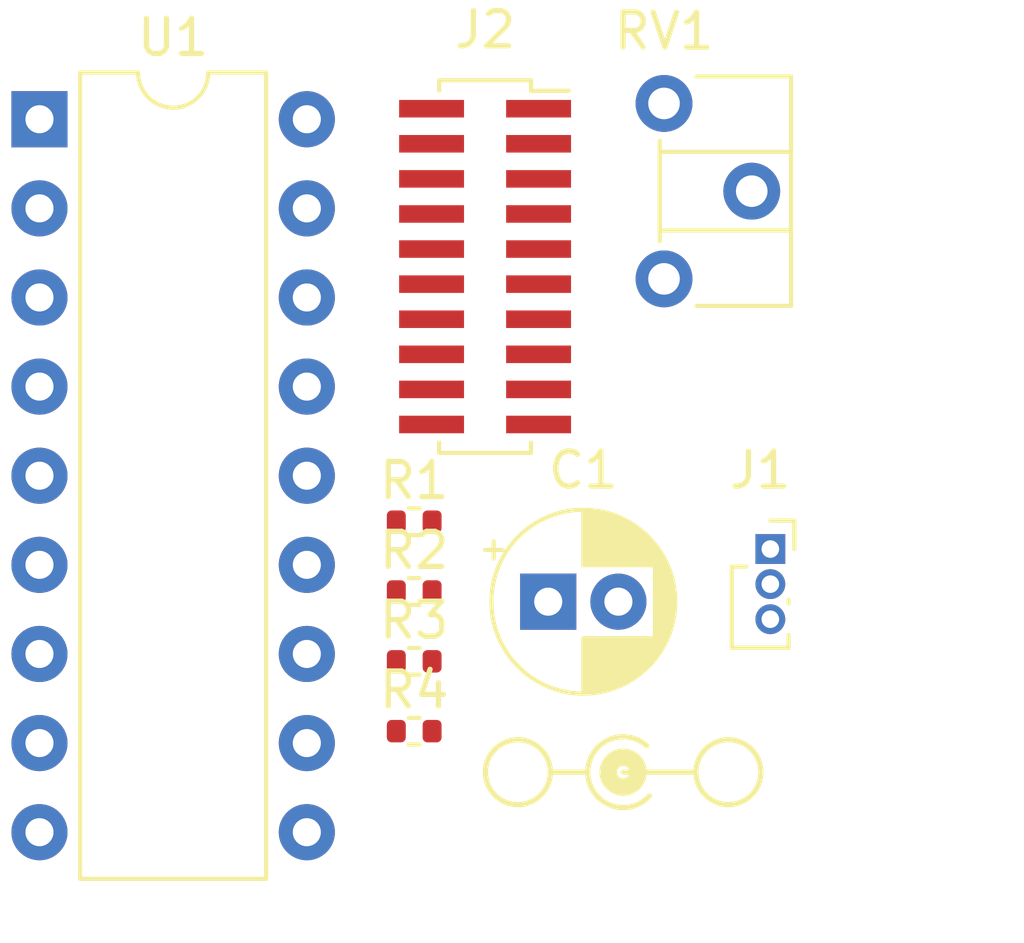
<source format=kicad_pcb>
(kicad_pcb (version 20221018) (generator pcbnew)
  (layers (0 "F.Cu" signal) (31 "B.Cu" signal) (34 "B.Paste" user) (35 "F.Paste" user) (36 "B.SilkS" user "B.Silkscreen") (37 "F.SilkS" user "F.Silkscreen") (38 "B.Mask" user) (39 "F.Mask" user) (44 "Edge.Cuts" user))
  (net 0 "")
  (net 1 "+5V")
  (net 2 "GND")
  (net 3 "Net-(J1-Pin_3)")
  (net 4 "Net-(U1-REFOUT)")
  (net 5 "Net-(R1-Pad2)")
  (net 6 "Net-(U1-SIG)")
  (net 7 "Net-(R3-Pad1)")
  (net 8 "Net-(U1-REFADJ)")
  (net 9 "Net-(J2-Pin_1a)")
  (net 10 "Net-(J2-Pin_10a)")
  (net 11 "Net-(J2-Pin_9a)")
  (net 12 "Net-(J2-Pin_8a)")
  (net 13 "Net-(J2-Pin_7a)")
  (net 14 "Net-(J2-Pin_6a)")
  (net 15 "Net-(J2-Pin_5a)")
  (net 16 "Net-(J2-Pin_4a)")
  (net 17 "Net-(J2-Pin_3a)")
  (net 18 "Net-(J2-Pin_2a)")
  (footprint "Resistor_SMD:R_0402_1005Metric" (layer "F.Cu") (at 340.37 33.67)
    (fp_text reference "R4" (at 0 -1.17) (layer "F.SilkS"))
    (fp_text value "R")
    (fp_line (start -0.153641 -0.38) (end 0.153641 -0.38) (stroke (width 0.12)) (layer "F.SilkS"))
    (fp_line (start -0.153641 0.38) (end 0.153641 0.38) (stroke (width 0.12)) (layer "F.SilkS"))
    (pad "1" smd roundrect (at -0.51 0) (size 0.54 0.64) (layers "F.Cu" "F.Paste" "F.Mask") (net 6 "Net-(U1-SIG)"))
    (pad "2" smd roundrect (at 0.51 0) (size 0.54 0.64) (layers "F.Cu" "F.Paste" "F.Mask") (net 2 "GND"))
  )
  (footprint "Connector_PinSocket_1.00mm:PinSocket_2x10_P1.00mm_Vertical_SMD" (layer "F.Cu") (at 342.39 20.43)
    (fp_text reference "J2" (at 0 -6.75) (layer "F.SilkS"))
    (fp_text value "Conn_02x10_Row_Letter_Last")
    (fp_line (start -1.31 -5.31) (end -1.31 -5.01) (stroke (width 0.12)) (layer "F.SilkS"))
    (fp_line (start -1.31 -5.31) (end 1.31 -5.31) (stroke (width 0.12)) (layer "F.SilkS"))
    (fp_line (start -1.31 5.01) (end -1.31 5.31) (stroke (width 0.12)) (layer "F.SilkS"))
    (fp_line (start -1.31 5.31) (end 1.31 5.31) (stroke (width 0.12)) (layer "F.SilkS"))
    (fp_line (start 1.31 -5.31) (end 1.31 -5.01) (stroke (width 0.12)) (layer "F.SilkS"))
    (fp_line (start 1.31 -5.01) (end 2.39 -5.01) (stroke (width 0.12)) (layer "F.SilkS"))
    (fp_line (start 1.31 5.01) (end 1.31 5.31) (stroke (width 0.12)) (layer "F.SilkS"))
    (pad "1" smd rect (at 1.525 -4.5) (size 1.85 0.5) (layers "F.Cu" "F.Paste" "F.Mask"))
    (pad "2" smd rect (at -1.525 -4.5) (size 1.85 0.5) (layers "F.Cu" "F.Paste" "F.Mask"))
    (pad "3" smd rect (at 1.525 -3.5) (size 1.85 0.5) (layers "F.Cu" "F.Paste" "F.Mask"))
    (pad "4" smd rect (at -1.525 -3.5) (size 1.85 0.5) (layers "F.Cu" "F.Paste" "F.Mask"))
    (pad "5" smd rect (at 1.525 -2.5) (size 1.85 0.5) (layers "F.Cu" "F.Paste" "F.Mask"))
    (pad "6" smd rect (at -1.525 -2.5) (size 1.85 0.5) (layers "F.Cu" "F.Paste" "F.Mask"))
    (pad "7" smd rect (at 1.525 -1.5) (size 1.85 0.5) (layers "F.Cu" "F.Paste" "F.Mask"))
    (pad "8" smd rect (at -1.525 -1.5) (size 1.85 0.5) (layers "F.Cu" "F.Paste" "F.Mask"))
    (pad "9" smd rect (at 1.525 -0.5) (size 1.85 0.5) (layers "F.Cu" "F.Paste" "F.Mask"))
    (pad "10" smd rect (at -1.525 -0.5) (size 1.85 0.5) (layers "F.Cu" "F.Paste" "F.Mask"))
    (pad "11" smd rect (at 1.525 0.5) (size 1.85 0.5) (layers "F.Cu" "F.Paste" "F.Mask"))
    (pad "12" smd rect (at -1.525 0.5) (size 1.85 0.5) (layers "F.Cu" "F.Paste" "F.Mask"))
    (pad "13" smd rect (at 1.525 1.5) (size 1.85 0.5) (layers "F.Cu" "F.Paste" "F.Mask"))
    (pad "14" smd rect (at -1.525 1.5) (size 1.85 0.5) (layers "F.Cu" "F.Paste" "F.Mask"))
    (pad "15" smd rect (at 1.525 2.5) (size 1.85 0.5) (layers "F.Cu" "F.Paste" "F.Mask"))
    (pad "16" smd rect (at -1.525 2.5) (size 1.85 0.5) (layers "F.Cu" "F.Paste" "F.Mask"))
    (pad "17" smd rect (at 1.525 3.5) (size 1.85 0.5) (layers "F.Cu" "F.Paste" "F.Mask"))
    (pad "18" smd rect (at -1.525 3.5) (size 1.85 0.5) (layers "F.Cu" "F.Paste" "F.Mask"))
    (pad "19" smd rect (at 1.525 4.5) (size 1.85 0.5) (layers "F.Cu" "F.Paste" "F.Mask"))
    (pad "20" smd rect (at -1.525 4.5) (size 1.85 0.5) (layers "F.Cu" "F.Paste" "F.Mask"))
  )
  (footprint "Symbol:Symbol_Barrel_Polarity" (layer "F.Cu") (at 346.325 34.764022)
    (fp_text reference "J3" hide)
    (fp_text value "Barrel_Jack")
    (fp_line (start -2 0.075) (end -1.1 0.075) (stroke (width 0.15)) (layer "F.SilkS"))
    (fp_line (start 0 0.075) (end 2 0.075) (stroke (width 0.15)) (layer "F.SilkS"))
    (fp_arc (start 0.75 0.75) (mid -1.007627 0.128033) (end 0.675 -0.675) (stroke (width 0.15)) (layer "F.SilkS"))
    (fp_circle (center -3 0.075) (end -3 1) (stroke (width 0.15)) (fill none) (layer "F.SilkS"))
    (fp_circle (center 0 0.075) (end 0 0.25) (stroke (width 0.5)) (fill none) (layer "F.SilkS"))
    (fp_circle (center 3 0.075) (end 3 1) (stroke (width 0.15)) (fill none) (layer "F.SilkS"))
  )
  (footprint "Resistor_SMD:R_0402_1005Metric" (layer "F.Cu") (at 340.37 27.7)
    (fp_text reference "R1" (at 0 -1.17) (layer "F.SilkS"))
    (fp_text value "R")
    (fp_line (start -0.153641 -0.38) (end 0.153641 -0.38) (stroke (width 0.12)) (layer "F.SilkS"))
    (fp_line (start -0.153641 0.38) (end 0.153641 0.38) (stroke (width 0.12)) (layer "F.SilkS"))
    (pad "1" smd roundrect (at -0.51 0) (size 0.54 0.64) (layers "F.Cu" "F.Paste" "F.Mask") (net 4 "Net-(U1-REFOUT)"))
    (pad "2" smd roundrect (at 0.51 0) (size 0.54 0.64) (layers "F.Cu" "F.Paste" "F.Mask") (net 5 "Net-(R1-Pad2)"))
  )
  (footprint "Resistor_SMD:R_0402_1005Metric" (layer "F.Cu") (at 340.37 29.69)
    (fp_text reference "R2" (at 0 -1.17) (layer "F.SilkS"))
    (fp_text value "R")
    (fp_line (start -0.153641 -0.38) (end 0.153641 -0.38) (stroke (width 0.12)) (layer "F.SilkS"))
    (fp_line (start -0.153641 0.38) (end 0.153641 0.38) (stroke (width 0.12)) (layer "F.SilkS"))
    (pad "1" smd roundrect (at -0.51 0) (size 0.54 0.64) (layers "F.Cu" "F.Paste" "F.Mask") (net 3 "Net-(J1-Pin_3)"))
    (pad "2" smd roundrect (at 0.51 0) (size 0.54 0.64) (layers "F.Cu" "F.Paste" "F.Mask") (net 6 "Net-(U1-SIG)"))
  )
  (footprint "Capacitor_THT:CP_Radial_D5.0mm_P2.00mm" (layer "F.Cu") (at 344.189775 29.98)
    (fp_text reference "C1" (at 1 -3.75) (layer "F.SilkS"))
    (fp_text value "C_Polarized")
    (fp_line (start -1.804775 -1.475) (end -1.304775 -1.475) (stroke (width 0.12)) (layer "F.SilkS"))
    (fp_line (start -1.554775 -1.725) (end -1.554775 -1.225) (stroke (width 0.12)) (layer "F.SilkS"))
    (fp_line (start 1 -2.58) (end 1 -1.04) (stroke (width 0.12)) (layer "F.SilkS"))
    (fp_line (start 1 1.04) (end 1 2.58) (stroke (width 0.12)) (layer "F.SilkS"))
    (fp_line (start 1.04 -2.58) (end 1.04 -1.04) (stroke (width 0.12)) (layer "F.SilkS"))
    (fp_line (start 1.04 1.04) (end 1.04 2.58) (stroke (width 0.12)) (layer "F.SilkS"))
    (fp_line (start 1.08 -2.579) (end 1.08 -1.04) (stroke (width 0.12)) (layer "F.SilkS"))
    (fp_line (start 1.08 1.04) (end 1.08 2.579) (stroke (width 0.12)) (layer "F.SilkS"))
    (fp_line (start 1.12 -2.578) (end 1.12 -1.04) (stroke (width 0.12)) (layer "F.SilkS"))
    (fp_line (start 1.12 1.04) (end 1.12 2.578) (stroke (width 0.12)) (layer "F.SilkS"))
    (fp_line (start 1.16 -2.576) (end 1.16 -1.04) (stroke (width 0.12)) (layer "F.SilkS"))
    (fp_line (start 1.16 1.04) (end 1.16 2.576) (stroke (width 0.12)) (layer "F.SilkS"))
    (fp_line (start 1.2 -2.573) (end 1.2 -1.04) (stroke (width 0.12)) (layer "F.SilkS"))
    (fp_line (start 1.2 1.04) (end 1.2 2.573) (stroke (width 0.12)) (layer "F.SilkS"))
    (fp_line (start 1.24 -2.569) (end 1.24 -1.04) (stroke (width 0.12)) (layer "F.SilkS"))
    (fp_line (start 1.24 1.04) (end 1.24 2.569) (stroke (width 0.12)) (layer "F.SilkS"))
    (fp_line (start 1.28 -2.565) (end 1.28 -1.04) (stroke (width 0.12)) (layer "F.SilkS"))
    (fp_line (start 1.28 1.04) (end 1.28 2.565) (stroke (width 0.12)) (layer "F.SilkS"))
    (fp_line (start 1.32 -2.561) (end 1.32 -1.04) (stroke (width 0.12)) (layer "F.SilkS"))
    (fp_line (start 1.32 1.04) (end 1.32 2.561) (stroke (width 0.12)) (layer "F.SilkS"))
    (fp_line (start 1.36 -2.556) (end 1.36 -1.04) (stroke (width 0.12)) (layer "F.SilkS"))
    (fp_line (start 1.36 1.04) (end 1.36 2.556) (stroke (width 0.12)) (layer "F.SilkS"))
    (fp_line (start 1.4 -2.55) (end 1.4 -1.04) (stroke (width 0.12)) (layer "F.SilkS"))
    (fp_line (start 1.4 1.04) (end 1.4 2.55) (stroke (width 0.12)) (layer "F.SilkS"))
    (fp_line (start 1.44 -2.543) (end 1.44 -1.04) (stroke (width 0.12)) (layer "F.SilkS"))
    (fp_line (start 1.44 1.04) (end 1.44 2.543) (stroke (width 0.12)) (layer "F.SilkS"))
    (fp_line (start 1.48 -2.536) (end 1.48 -1.04) (stroke (width 0.12)) (layer "F.SilkS"))
    (fp_line (start 1.48 1.04) (end 1.48 2.536) (stroke (width 0.12)) (layer "F.SilkS"))
    (fp_line (start 1.52 -2.528) (end 1.52 -1.04) (stroke (width 0.12)) (layer "F.SilkS"))
    (fp_line (start 1.52 1.04) (end 1.52 2.528) (stroke (width 0.12)) (layer "F.SilkS"))
    (fp_line (start 1.56 -2.52) (end 1.56 -1.04) (stroke (width 0.12)) (layer "F.SilkS"))
    (fp_line (start 1.56 1.04) (end 1.56 2.52) (stroke (width 0.12)) (layer "F.SilkS"))
    (fp_line (start 1.6 -2.511) (end 1.6 -1.04) (stroke (width 0.12)) (layer "F.SilkS"))
    (fp_line (start 1.6 1.04) (end 1.6 2.511) (stroke (width 0.12)) (layer "F.SilkS"))
    (fp_line (start 1.64 -2.501) (end 1.64 -1.04) (stroke (width 0.12)) (layer "F.SilkS"))
    (fp_line (start 1.64 1.04) (end 1.64 2.501) (stroke (width 0.12)) (layer "F.SilkS"))
    (fp_line (start 1.68 -2.491) (end 1.68 -1.04) (stroke (width 0.12)) (layer "F.SilkS"))
    (fp_line (start 1.68 1.04) (end 1.68 2.491) (stroke (width 0.12)) (layer "F.SilkS"))
    (fp_line (start 1.721 -2.48) (end 1.721 -1.04) (stroke (width 0.12)) (layer "F.SilkS"))
    (fp_line (start 1.721 1.04) (end 1.721 2.48) (stroke (width 0.12)) (layer "F.SilkS"))
    (fp_line (start 1.761 -2.468) (end 1.761 -1.04) (stroke (width 0.12)) (layer "F.SilkS"))
    (fp_line (start 1.761 1.04) (end 1.761 2.468) (stroke (width 0.12)) (layer "F.SilkS"))
    (fp_line (start 1.801 -2.455) (end 1.801 -1.04) (stroke (width 0.12)) (layer "F.SilkS"))
    (fp_line (start 1.801 1.04) (end 1.801 2.455) (stroke (width 0.12)) (layer "F.SilkS"))
    (fp_line (start 1.841 -2.442) (end 1.841 -1.04) (stroke (width 0.12)) (layer "F.SilkS"))
    (fp_line (start 1.841 1.04) (end 1.841 2.442) (stroke (width 0.12)) (layer "F.SilkS"))
    (fp_line (start 1.881 -2.428) (end 1.881 -1.04) (stroke (width 0.12)) (layer "F.SilkS"))
    (fp_line (start 1.881 1.04) (end 1.881 2.428) (stroke (width 0.12)) (layer "F.SilkS"))
    (fp_line (start 1.921 -2.414) (end 1.921 -1.04) (stroke (width 0.12)) (layer "F.SilkS"))
    (fp_line (start 1.921 1.04) (end 1.921 2.414) (stroke (width 0.12)) (layer "F.SilkS"))
    (fp_line (start 1.961 -2.398) (end 1.961 -1.04) (stroke (width 0.12)) (layer "F.SilkS"))
    (fp_line (start 1.961 1.04) (end 1.961 2.398) (stroke (width 0.12)) (layer "F.SilkS"))
    (fp_line (start 2.001 -2.382) (end 2.001 -1.04) (stroke (width 0.12)) (layer "F.SilkS"))
    (fp_line (start 2.001 1.04) (end 2.001 2.382) (stroke (width 0.12)) (layer "F.SilkS"))
    (fp_line (start 2.041 -2.365) (end 2.041 -1.04) (stroke (width 0.12)) (layer "F.SilkS"))
    (fp_line (start 2.041 1.04) (end 2.041 2.365) (stroke (width 0.12)) (layer "F.SilkS"))
    (fp_line (start 2.081 -2.348) (end 2.081 -1.04) (stroke (width 0.12)) (layer "F.SilkS"))
    (fp_line (start 2.081 1.04) (end 2.081 2.348) (stroke (width 0.12)) (layer "F.SilkS"))
    (fp_line (start 2.121 -2.329) (end 2.121 -1.04) (stroke (width 0.12)) (layer "F.SilkS"))
    (fp_line (start 2.121 1.04) (end 2.121 2.329) (stroke (width 0.12)) (layer "F.SilkS"))
    (fp_line (start 2.161 -2.31) (end 2.161 -1.04) (stroke (width 0.12)) (layer "F.SilkS"))
    (fp_line (start 2.161 1.04) (end 2.161 2.31) (stroke (width 0.12)) (layer "F.SilkS"))
    (fp_line (start 2.201 -2.29) (end 2.201 -1.04) (stroke (width 0.12)) (layer "F.SilkS"))
    (fp_line (start 2.201 1.04) (end 2.201 2.29) (stroke (width 0.12)) (layer "F.SilkS"))
    (fp_line (start 2.241 -2.268) (end 2.241 -1.04) (stroke (width 0.12)) (layer "F.SilkS"))
    (fp_line (start 2.241 1.04) (end 2.241 2.268) (stroke (width 0.12)) (layer "F.SilkS"))
    (fp_line (start 2.281 -2.247) (end 2.281 -1.04) (stroke (width 0.12)) (layer "F.SilkS"))
    (fp_line (start 2.281 1.04) (end 2.281 2.247) (stroke (width 0.12)) (layer "F.SilkS"))
    (fp_line (start 2.321 -2.224) (end 2.321 -1.04) (stroke (width 0.12)) (layer "F.SilkS"))
    (fp_line (start 2.321 1.04) (end 2.321 2.224) (stroke (width 0.12)) (layer "F.SilkS"))
    (fp_line (start 2.361 -2.2) (end 2.361 -1.04) (stroke (width 0.12)) (layer "F.SilkS"))
    (fp_line (start 2.361 1.04) (end 2.361 2.2) (stroke (width 0.12)) (layer "F.SilkS"))
    (fp_line (start 2.401 -2.175) (end 2.401 -1.04) (stroke (width 0.12)) (layer "F.SilkS"))
    (fp_line (start 2.401 1.04) (end 2.401 2.175) (stroke (width 0.12)) (layer "F.SilkS"))
    (fp_line (start 2.441 -2.149) (end 2.441 -1.04) (stroke (width 0.12)) (layer "F.SilkS"))
    (fp_line (start 2.441 1.04) (end 2.441 2.149) (stroke (width 0.12)) (layer "F.SilkS"))
    (fp_line (start 2.481 -2.122) (end 2.481 -1.04) (stroke (width 0.12)) (layer "F.SilkS"))
    (fp_line (start 2.481 1.04) (end 2.481 2.122) (stroke (width 0.12)) (layer "F.SilkS"))
    (fp_line (start 2.521 -2.095) (end 2.521 -1.04) (stroke (width 0.12)) (layer "F.SilkS"))
    (fp_line (start 2.521 1.04) (end 2.521 2.095) (stroke (width 0.12)) (layer "F.SilkS"))
    (fp_line (start 2.561 -2.065) (end 2.561 -1.04) (stroke (width 0.12)) (layer "F.SilkS"))
    (fp_line (start 2.561 1.04) (end 2.561 2.065) (stroke (width 0.12)) (layer "F.SilkS"))
    (fp_line (start 2.601 -2.035) (end 2.601 -1.04) (stroke (width 0.12)) (layer "F.SilkS"))
    (fp_line (start 2.601 1.04) (end 2.601 2.035) (stroke (width 0.12)) (layer "F.SilkS"))
    (fp_line (start 2.641 -2.004) (end 2.641 -1.04) (stroke (width 0.12)) (layer "F.SilkS"))
    (fp_line (start 2.641 1.04) (end 2.641 2.004) (stroke (width 0.12)) (layer "F.SilkS"))
    (fp_line (start 2.681 -1.971) (end 2.681 -1.04) (stroke (width 0.12)) (layer "F.SilkS"))
    (fp_line (start 2.681 1.04) (end 2.681 1.971) (stroke (width 0.12)) (layer "F.SilkS"))
    (fp_line (start 2.721 -1.937) (end 2.721 -1.04) (stroke (width 0.12)) (layer "F.SilkS"))
    (fp_line (start 2.721 1.04) (end 2.721 1.937) (stroke (width 0.12)) (layer "F.SilkS"))
    (fp_line (start 2.761 -1.901) (end 2.761 -1.04) (stroke (width 0.12)) (layer "F.SilkS"))
    (fp_line (start 2.761 1.04) (end 2.761 1.901) (stroke (width 0.12)) (layer "F.SilkS"))
    (fp_line (start 2.801 -1.864) (end 2.801 -1.04) (stroke (width 0.12)) (layer "F.SilkS"))
    (fp_line (start 2.801 1.04) (end 2.801 1.864) (stroke (width 0.12)) (layer "F.SilkS"))
    (fp_line (start 2.841 -1.826) (end 2.841 -1.04) (stroke (width 0.12)) (layer "F.SilkS"))
    (fp_line (start 2.841 1.04) (end 2.841 1.826) (stroke (width 0.12)) (layer "F.SilkS"))
    (fp_line (start 2.881 -1.785) (end 2.881 -1.04) (stroke (width 0.12)) (layer "F.SilkS"))
    (fp_line (start 2.881 1.04) (end 2.881 1.785) (stroke (width 0.12)) (layer "F.SilkS"))
    (fp_line (start 2.921 -1.743) (end 2.921 -1.04) (stroke (width 0.12)) (layer "F.SilkS"))
    (fp_line (start 2.921 1.04) (end 2.921 1.743) (stroke (width 0.12)) (layer "F.SilkS"))
    (fp_line (start 2.961 -1.699) (end 2.961 -1.04) (stroke (width 0.12)) (layer "F.SilkS"))
    (fp_line (start 2.961 1.04) (end 2.961 1.699) (stroke (width 0.12)) (layer "F.SilkS"))
    (fp_line (start 3.001 -1.653) (end 3.001 -1.04) (stroke (width 0.12)) (layer "F.SilkS"))
    (fp_line (start 3.001 1.04) (end 3.001 1.653) (stroke (width 0.12)) (layer "F.SilkS"))
    (fp_line (start 3.041 -1.605) (end 3.041 1.605) (stroke (width 0.12)) (layer "F.SilkS"))
    (fp_line (start 3.081 -1.554) (end 3.081 1.554) (stroke (width 0.12)) (layer "F.SilkS"))
    (fp_line (start 3.121 -1.5) (end 3.121 1.5) (stroke (width 0.12)) (layer "F.SilkS"))
    (fp_line (start 3.161 -1.443) (end 3.161 1.443) (stroke (width 0.12)) (layer "F.SilkS"))
    (fp_line (start 3.201 -1.383) (end 3.201 1.383) (stroke (width 0.12)) (layer "F.SilkS"))
    (fp_line (start 3.241 -1.319) (end 3.241 1.319) (stroke (width 0.12)) (layer "F.SilkS"))
    (fp_line (start 3.281 -1.251) (end 3.281 1.251) (stroke (width 0.12)) (layer "F.SilkS"))
    (fp_line (start 3.321 -1.178) (end 3.321 1.178) (stroke (width 0.12)) (layer "F.SilkS"))
    (fp_line (start 3.361 -1.098) (end 3.361 1.098) (stroke (width 0.12)) (layer "F.SilkS"))
    (fp_line (start 3.401 -1.011) (end 3.401 1.011) (stroke (width 0.12)) (layer "F.SilkS"))
    (fp_line (start 3.441 -0.915) (end 3.441 0.915) (stroke (width 0.12)) (layer "F.SilkS"))
    (fp_line (start 3.481 -0.805) (end 3.481 0.805) (stroke (width 0.12)) (layer "F.SilkS"))
    (fp_line (start 3.521 -0.677) (end 3.521 0.677) (stroke (width 0.12)) (layer "F.SilkS"))
    (fp_line (start 3.561 -0.518) (end 3.561 0.518) (stroke (width 0.12)) (layer "F.SilkS"))
    (fp_line (start 3.601 -0.284) (end 3.601 0.284) (stroke (width 0.12)) (layer "F.SilkS"))
    (fp_circle (center 1 0) (end 3.62 0) (stroke (width 0.12)) (fill none) (layer "F.SilkS"))
    (pad "1" thru_hole rect (at 0 0) (size 1.6 1.6) (drill 0.8) (layers "*.Cu" "*.Mask") (net 1 "+5V"))
    (pad "2" thru_hole circle (at 2 0) (size 1.6 1.6) (drill 0.8) (layers "*.Cu" "*.Mask") (net 2 "GND"))
  )
  (footprint "Package_DIP:DIP-18_W7.62mm" (layer "F.Cu") (at 329.69 16.23)
    (fp_text reference "U1" (at 3.81 -2.33) (layer "F.SilkS"))
    (fp_text value "LM3914N")
    (fp_line (start 1.16 -1.33) (end 1.16 21.65) (stroke (width 0.12)) (layer "F.SilkS"))
    (fp_line (start 1.16 21.65) (end 6.46 21.65) (stroke (width 0.12)) (layer "F.SilkS"))
    (fp_line (start 2.81 -1.33) (end 1.16 -1.33) (stroke (width 0.12)) (layer "F.SilkS"))
    (fp_line (start 6.46 -1.33) (end 4.81 -1.33) (stroke (width 0.12)) (layer "F.SilkS"))
    (fp_line (start 6.46 21.65) (end 6.46 -1.33) (stroke (width 0.12)) (layer "F.SilkS"))
    (fp_arc (start 4.81 -1.33) (mid 3.81 -0.33) (end 2.81 -1.33) (stroke (width 0.12)) (layer "F.SilkS"))
    (pad "1" thru_hole rect (at 0 0) (size 1.6 1.6) (drill 0.8) (layers "*.Cu" "*.Mask") (net 9 "Net-(J2-Pin_1a)"))
    (pad "2" thru_hole oval (at 0 2.54) (size 1.6 1.6) (drill 0.8) (layers "*.Cu" "*.Mask") (net 2 "GND"))
    (pad "3" thru_hole oval (at 0 5.08) (size 1.6 1.6) (drill 0.8) (layers "*.Cu" "*.Mask") (net 1 "+5V"))
    (pad "4" thru_hole oval (at 0 7.62) (size 1.6 1.6) (drill 0.8) (layers "*.Cu" "*.Mask") (net 2 "GND"))
    (pad "5" thru_hole oval (at 0 10.16) (size 1.6 1.6) (drill 0.8) (layers "*.Cu" "*.Mask") (net 6 "Net-(U1-SIG)"))
    (pad "6" thru_hole oval (at 0 12.7) (size 1.6 1.6) (drill 0.8) (layers "*.Cu" "*.Mask") (net 4 "Net-(U1-REFOUT)"))
    (pad "7" thru_hole oval (at 0 15.24) (size 1.6 1.6) (drill 0.8) (layers "*.Cu" "*.Mask") (net 4 "Net-(U1-REFOUT)"))
    (pad "8" thru_hole oval (at 0 17.78) (size 1.6 1.6) (drill 0.8) (layers "*.Cu" "*.Mask") (net 8 "Net-(U1-REFADJ)"))
    (pad "9" thru_hole oval (at 0 20.32) (size 1.6 1.6) (drill 0.8) (layers "*.Cu" "*.Mask") (net 1 "+5V"))
    (pad "10" thru_hole oval (at 7.62 20.32) (size 1.6 1.6) (drill 0.8) (layers "*.Cu" "*.Mask") (net 10 "Net-(J2-Pin_10a)"))
    (pad "11" thru_hole oval (at 7.62 17.78) (size 1.6 1.6) (drill 0.8) (layers "*.Cu" "*.Mask") (net 11 "Net-(J2-Pin_9a)"))
    (pad "12" thru_hole oval (at 7.62 15.24) (size 1.6 1.6) (drill 0.8) (layers "*.Cu" "*.Mask") (net 12 "Net-(J2-Pin_8a)"))
    (pad "13" thru_hole oval (at 7.62 12.7) (size 1.6 1.6) (drill 0.8) (layers "*.Cu" "*.Mask") (net 13 "Net-(J2-Pin_7a)"))
    (pad "14" thru_hole oval (at 7.62 10.16) (size 1.6 1.6) (drill 0.8) (layers "*.Cu" "*.Mask") (net 14 "Net-(J2-Pin_6a)"))
    (pad "15" thru_hole oval (at 7.62 7.62) (size 1.6 1.6) (drill 0.8) (layers "*.Cu" "*.Mask") (net 15 "Net-(J2-Pin_5a)"))
    (pad "16" thru_hole oval (at 7.62 5.08) (size 1.6 1.6) (drill 0.8) (layers "*.Cu" "*.Mask") (net 16 "Net-(J2-Pin_4a)"))
    (pad "17" thru_hole oval (at 7.62 2.54) (size 1.6 1.6) (drill 0.8) (layers "*.Cu" "*.Mask") (net 17 "Net-(J2-Pin_3a)"))
    (pad "18" thru_hole oval (at 7.62 0) (size 1.6 1.6) (drill 0.8) (layers "*.Cu" "*.Mask") (net 18 "Net-(J2-Pin_2a)"))
  )
  (footprint "Connector_PinSocket_1.00mm:PinSocket_1x03_P1.00mm_Vertical" (layer "F.Cu") (at 350.52 28.48)
    (fp_text reference "J1" (at -0.29 -2.25) (layer "F.SilkS"))
    (fp_text value "Conn_01x03_Socket")
    (fp_line (start -1.1 0.5) (end -1.1 2.81) (stroke (width 0.12)) (layer "F.SilkS"))
    (fp_line (start -1.1 0.5) (end -0.685 0.5) (stroke (width 0.12)) (layer "F.SilkS"))
    (fp_line (start -1.1 2.81) (end 0.52 2.81) (stroke (width 0.12)) (layer "F.SilkS"))
    (fp_line (start 0 -0.81) (end 0.685 -0.81) (stroke (width 0.12)) (layer "F.SilkS"))
    (fp_line (start 0.52 1.445898) (end 0.52 1.554102) (stroke (width 0.12)) (layer "F.SilkS"))
    (fp_line (start 0.52 2.445898) (end 0.52 2.81) (stroke (width 0.12)) (layer "F.SilkS"))
    (fp_line (start 0.685 -0.81) (end 0.685 0) (stroke (width 0.12)) (layer "F.SilkS"))
    (pad "1" thru_hole rect (at 0 0) (size 0.85 0.85) (drill 0.5) (layers "*.Cu" "*.Mask") (net 1 "+5V"))
    (pad "2" thru_hole oval (at 0 1) (size 0.85 0.85) (drill 0.5) (layers "*.Cu" "*.Mask") (net 2 "GND"))
    (pad "3" thru_hole oval (at 0 2) (size 0.85 0.85) (drill 0.5) (layers "*.Cu" "*.Mask") (net 3 "Net-(J1-Pin_3)"))
  )
  (footprint "Resistor_SMD:R_0402_1005Metric" (layer "F.Cu") (at 340.37 31.68)
    (fp_text reference "R3" (at 0 -1.17) (layer "F.SilkS"))
    (fp_text value "R")
    (fp_line (start -0.153641 -0.38) (end 0.153641 -0.38) (stroke (width 0.12)) (layer "F.SilkS"))
    (fp_line (start -0.153641 0.38) (end 0.153641 0.38) (stroke (width 0.12)) (layer "F.SilkS"))
    (pad "1" smd roundrect (at -0.51 0) (size 0.54 0.64) (layers "F.Cu" "F.Paste" "F.Mask") (net 7 "Net-(R3-Pad1)"))
    (pad "2" smd roundrect (at 0.51 0) (size 0.54 0.64) (layers "F.Cu" "F.Paste" "F.Mask") (net 2 "GND"))
  )
  (footprint "Potentiometer_THT:Potentiometer_ACP_CA6-H2,5_Horizontal" (layer "F.Cu") (at 347.49 15.78)
    (fp_text reference "RV1" (at 0 -2.06) (layer "F.SilkS"))
    (fp_text value "R_Potentiometer")
    (fp_line (start -0.121 1.066) (end -0.121 3.935) (stroke (width 0.12)) (layer "F.SilkS"))
    (fp_line (start -0.121 1.38) (end -0.121 3.62) (stroke (width 0.12)) (layer "F.SilkS"))
    (fp_line (start -0.121 1.38) (end 3.62 1.38) (stroke (width 0.12)) (layer "F.SilkS"))
    (fp_line (start -0.121 3.62) (end 3.62 3.62) (stroke (width 0.12)) (layer "F.SilkS"))
    (fp_line (start 0.925 -0.77) (end 3.62 -0.77) (stroke (width 0.12)) (layer "F.SilkS"))
    (fp_line (start 0.925 5.77) (end 3.62 5.77) (stroke (width 0.12)) (layer "F.SilkS"))
    (fp_line (start 3.62 -0.77) (end 3.62 5.77) (stroke (width 0.12)) (layer "F.SilkS"))
    (fp_line (start 3.62 1.38) (end 3.62 3.62) (stroke (width 0.12)) (layer "F.SilkS"))
    (pad "1" thru_hole circle (at 0 0) (size 1.62 1.62) (drill 0.9) (layers "*.Cu" "*.Mask") (net 5 "Net-(R1-Pad2)"))
    (pad "2" thru_hole circle (at 2.5 2.5) (size 1.62 1.62) (drill 0.9) (layers "*.Cu" "*.Mask") (net 8 "Net-(U1-REFADJ)"))
    (pad "3" thru_hole circle (at 0 5) (size 1.62 1.62) (drill 0.9) (layers "*.Cu" "*.Mask") (net 7 "Net-(R3-Pad1)"))
  )
)
</source>
